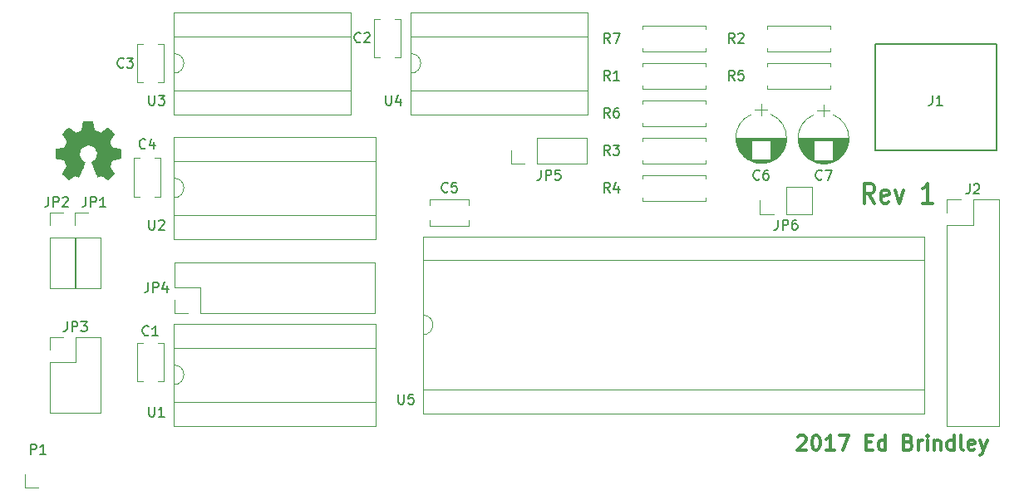
<source format=gbr>
G04 #@! TF.FileFunction,Legend,Top*
%FSLAX46Y46*%
G04 Gerber Fmt 4.6, Leading zero omitted, Abs format (unit mm)*
G04 Created by KiCad (PCBNEW 4.0.6) date Sun Apr  2 22:38:37 2017*
%MOMM*%
%LPD*%
G01*
G04 APERTURE LIST*
%ADD10C,0.100000*%
%ADD11C,0.300000*%
%ADD12C,0.120000*%
%ADD13C,0.010000*%
%ADD14C,0.150000*%
G04 APERTURE END LIST*
D10*
D11*
X147447000Y-134904238D02*
X146854334Y-133936619D01*
X146431000Y-134904238D02*
X146431000Y-132872238D01*
X147108334Y-132872238D01*
X147277667Y-132969000D01*
X147362334Y-133065762D01*
X147447000Y-133259286D01*
X147447000Y-133549571D01*
X147362334Y-133743095D01*
X147277667Y-133839857D01*
X147108334Y-133936619D01*
X146431000Y-133936619D01*
X148886334Y-134807476D02*
X148717000Y-134904238D01*
X148378334Y-134904238D01*
X148209000Y-134807476D01*
X148124334Y-134613952D01*
X148124334Y-133839857D01*
X148209000Y-133646333D01*
X148378334Y-133549571D01*
X148717000Y-133549571D01*
X148886334Y-133646333D01*
X148971000Y-133839857D01*
X148971000Y-134033381D01*
X148124334Y-134226905D01*
X149563667Y-133549571D02*
X149987000Y-134904238D01*
X150410334Y-133549571D01*
X153373668Y-134904238D02*
X152357668Y-134904238D01*
X152865668Y-134904238D02*
X152865668Y-132872238D01*
X152696334Y-133162524D01*
X152527001Y-133356048D01*
X152357668Y-133452810D01*
X139617858Y-158706429D02*
X139689287Y-158635000D01*
X139832144Y-158563571D01*
X140189287Y-158563571D01*
X140332144Y-158635000D01*
X140403573Y-158706429D01*
X140475001Y-158849286D01*
X140475001Y-158992143D01*
X140403573Y-159206429D01*
X139546430Y-160063571D01*
X140475001Y-160063571D01*
X141403572Y-158563571D02*
X141546429Y-158563571D01*
X141689286Y-158635000D01*
X141760715Y-158706429D01*
X141832144Y-158849286D01*
X141903572Y-159135000D01*
X141903572Y-159492143D01*
X141832144Y-159777857D01*
X141760715Y-159920714D01*
X141689286Y-159992143D01*
X141546429Y-160063571D01*
X141403572Y-160063571D01*
X141260715Y-159992143D01*
X141189286Y-159920714D01*
X141117858Y-159777857D01*
X141046429Y-159492143D01*
X141046429Y-159135000D01*
X141117858Y-158849286D01*
X141189286Y-158706429D01*
X141260715Y-158635000D01*
X141403572Y-158563571D01*
X143332143Y-160063571D02*
X142475000Y-160063571D01*
X142903572Y-160063571D02*
X142903572Y-158563571D01*
X142760715Y-158777857D01*
X142617857Y-158920714D01*
X142475000Y-158992143D01*
X143832143Y-158563571D02*
X144832143Y-158563571D01*
X144189286Y-160063571D01*
X146546428Y-159277857D02*
X147046428Y-159277857D01*
X147260714Y-160063571D02*
X146546428Y-160063571D01*
X146546428Y-158563571D01*
X147260714Y-158563571D01*
X148546428Y-160063571D02*
X148546428Y-158563571D01*
X148546428Y-159992143D02*
X148403571Y-160063571D01*
X148117857Y-160063571D01*
X147974999Y-159992143D01*
X147903571Y-159920714D01*
X147832142Y-159777857D01*
X147832142Y-159349286D01*
X147903571Y-159206429D01*
X147974999Y-159135000D01*
X148117857Y-159063571D01*
X148403571Y-159063571D01*
X148546428Y-159135000D01*
X150903571Y-159277857D02*
X151117857Y-159349286D01*
X151189285Y-159420714D01*
X151260714Y-159563571D01*
X151260714Y-159777857D01*
X151189285Y-159920714D01*
X151117857Y-159992143D01*
X150974999Y-160063571D01*
X150403571Y-160063571D01*
X150403571Y-158563571D01*
X150903571Y-158563571D01*
X151046428Y-158635000D01*
X151117857Y-158706429D01*
X151189285Y-158849286D01*
X151189285Y-158992143D01*
X151117857Y-159135000D01*
X151046428Y-159206429D01*
X150903571Y-159277857D01*
X150403571Y-159277857D01*
X151903571Y-160063571D02*
X151903571Y-159063571D01*
X151903571Y-159349286D02*
X151974999Y-159206429D01*
X152046428Y-159135000D01*
X152189285Y-159063571D01*
X152332142Y-159063571D01*
X152832142Y-160063571D02*
X152832142Y-159063571D01*
X152832142Y-158563571D02*
X152760713Y-158635000D01*
X152832142Y-158706429D01*
X152903570Y-158635000D01*
X152832142Y-158563571D01*
X152832142Y-158706429D01*
X153546428Y-159063571D02*
X153546428Y-160063571D01*
X153546428Y-159206429D02*
X153617856Y-159135000D01*
X153760714Y-159063571D01*
X153974999Y-159063571D01*
X154117856Y-159135000D01*
X154189285Y-159277857D01*
X154189285Y-160063571D01*
X155546428Y-160063571D02*
X155546428Y-158563571D01*
X155546428Y-159992143D02*
X155403571Y-160063571D01*
X155117857Y-160063571D01*
X154974999Y-159992143D01*
X154903571Y-159920714D01*
X154832142Y-159777857D01*
X154832142Y-159349286D01*
X154903571Y-159206429D01*
X154974999Y-159135000D01*
X155117857Y-159063571D01*
X155403571Y-159063571D01*
X155546428Y-159135000D01*
X156475000Y-160063571D02*
X156332142Y-159992143D01*
X156260714Y-159849286D01*
X156260714Y-158563571D01*
X157617856Y-159992143D02*
X157474999Y-160063571D01*
X157189285Y-160063571D01*
X157046428Y-159992143D01*
X156974999Y-159849286D01*
X156974999Y-159277857D01*
X157046428Y-159135000D01*
X157189285Y-159063571D01*
X157474999Y-159063571D01*
X157617856Y-159135000D01*
X157689285Y-159277857D01*
X157689285Y-159420714D01*
X156974999Y-159563571D01*
X158189285Y-159063571D02*
X158546428Y-160063571D01*
X158903570Y-159063571D02*
X158546428Y-160063571D01*
X158403570Y-160420714D01*
X158332142Y-160492143D01*
X158189285Y-160563571D01*
D12*
X74700346Y-130317070D02*
X74700346Y-134237070D01*
X71980346Y-130317070D02*
X71980346Y-134237070D01*
X74700346Y-130317070D02*
X74090346Y-130317070D01*
X72590346Y-130317070D02*
X71980346Y-130317070D01*
X74700346Y-134237070D02*
X74090346Y-134237070D01*
X72590346Y-134237070D02*
X71980346Y-134237070D01*
X76080000Y-151400000D02*
G75*
G02X76080000Y-153400000I0J-1000000D01*
G01*
X76080000Y-153400000D02*
X76080000Y-155170000D01*
X76080000Y-155170000D02*
X96640000Y-155170000D01*
X96640000Y-155170000D02*
X96640000Y-149630000D01*
X96640000Y-149630000D02*
X76080000Y-149630000D01*
X76080000Y-149630000D02*
X76080000Y-151400000D01*
X76080000Y-157600000D02*
X96640000Y-157600000D01*
X96640000Y-157600000D02*
X96640000Y-147200000D01*
X96640000Y-147200000D02*
X76080000Y-147200000D01*
X76080000Y-147200000D02*
X76080000Y-157600000D01*
X136490000Y-117130000D02*
X136490000Y-116800000D01*
X136490000Y-116800000D02*
X142910000Y-116800000D01*
X142910000Y-116800000D02*
X142910000Y-117130000D01*
X136490000Y-119090000D02*
X136490000Y-119420000D01*
X136490000Y-119420000D02*
X142910000Y-119420000D01*
X142910000Y-119420000D02*
X142910000Y-119090000D01*
X76080000Y-132350000D02*
G75*
G02X76080000Y-134350000I0J-1000000D01*
G01*
X76080000Y-134350000D02*
X76080000Y-136120000D01*
X76080000Y-136120000D02*
X96640000Y-136120000D01*
X96640000Y-136120000D02*
X96640000Y-130580000D01*
X96640000Y-130580000D02*
X76080000Y-130580000D01*
X76080000Y-130580000D02*
X76080000Y-132350000D01*
X76080000Y-138550000D02*
X96640000Y-138550000D01*
X96640000Y-138550000D02*
X96640000Y-128150000D01*
X96640000Y-128150000D02*
X76080000Y-128150000D01*
X76080000Y-128150000D02*
X76080000Y-138550000D01*
X101439360Y-146309840D02*
G75*
G02X101439360Y-148309840I0J-1000000D01*
G01*
X101439360Y-148309840D02*
X101439360Y-153889840D01*
X101439360Y-153889840D02*
X152479360Y-153889840D01*
X152479360Y-153889840D02*
X152479360Y-140729840D01*
X152479360Y-140729840D02*
X101439360Y-140729840D01*
X101439360Y-140729840D02*
X101439360Y-146309840D01*
X101439360Y-156319840D02*
X152479360Y-156319840D01*
X152479360Y-156319840D02*
X152479360Y-138299840D01*
X152479360Y-138299840D02*
X101439360Y-138299840D01*
X101439360Y-138299840D02*
X101439360Y-156319840D01*
X100210000Y-119650000D02*
G75*
G02X100210000Y-121650000I0J-1000000D01*
G01*
X100210000Y-121650000D02*
X100210000Y-123420000D01*
X100210000Y-123420000D02*
X118230000Y-123420000D01*
X118230000Y-123420000D02*
X118230000Y-117880000D01*
X118230000Y-117880000D02*
X100210000Y-117880000D01*
X100210000Y-117880000D02*
X100210000Y-119650000D01*
X100210000Y-125850000D02*
X118230000Y-125850000D01*
X118230000Y-125850000D02*
X118230000Y-115450000D01*
X118230000Y-115450000D02*
X100210000Y-115450000D01*
X100210000Y-115450000D02*
X100210000Y-125850000D01*
X130210000Y-126710000D02*
X130210000Y-127040000D01*
X130210000Y-127040000D02*
X123790000Y-127040000D01*
X123790000Y-127040000D02*
X123790000Y-126710000D01*
X130210000Y-124750000D02*
X130210000Y-124420000D01*
X130210000Y-124420000D02*
X123790000Y-124420000D01*
X123790000Y-124420000D02*
X123790000Y-124750000D01*
X123790000Y-128560000D02*
X123790000Y-128230000D01*
X123790000Y-128230000D02*
X130210000Y-128230000D01*
X130210000Y-128230000D02*
X130210000Y-128560000D01*
X123790000Y-130520000D02*
X123790000Y-130850000D01*
X123790000Y-130850000D02*
X130210000Y-130850000D01*
X130210000Y-130850000D02*
X130210000Y-130520000D01*
X142910000Y-122900000D02*
X142910000Y-123230000D01*
X142910000Y-123230000D02*
X136490000Y-123230000D01*
X136490000Y-123230000D02*
X136490000Y-122900000D01*
X142910000Y-120940000D02*
X142910000Y-120610000D01*
X142910000Y-120610000D02*
X136490000Y-120610000D01*
X136490000Y-120610000D02*
X136490000Y-120940000D01*
X130210000Y-119090000D02*
X130210000Y-119420000D01*
X130210000Y-119420000D02*
X123790000Y-119420000D01*
X123790000Y-119420000D02*
X123790000Y-119090000D01*
X130210000Y-117130000D02*
X130210000Y-116800000D01*
X130210000Y-116800000D02*
X123790000Y-116800000D01*
X123790000Y-116800000D02*
X123790000Y-117130000D01*
X102160000Y-134530000D02*
X106080000Y-134530000D01*
X102160000Y-137250000D02*
X106080000Y-137250000D01*
X102160000Y-134530000D02*
X102160000Y-135140000D01*
X102160000Y-136640000D02*
X102160000Y-137250000D01*
X106080000Y-134530000D02*
X106080000Y-135140000D01*
X106080000Y-136640000D02*
X106080000Y-137250000D01*
X136871400Y-130646863D02*
G75*
G03X136870000Y-125852564I-981400J2396863D01*
G01*
X134908600Y-130646863D02*
G75*
G02X134910000Y-125852564I981400J2396863D01*
G01*
X134908600Y-130646863D02*
G75*
G03X136870000Y-130647436I981400J2396863D01*
G01*
X138440000Y-128250000D02*
X133340000Y-128250000D01*
X138440000Y-128290000D02*
X133340000Y-128290000D01*
X138439000Y-128330000D02*
X133341000Y-128330000D01*
X138438000Y-128370000D02*
X133342000Y-128370000D01*
X138436000Y-128410000D02*
X133344000Y-128410000D01*
X138433000Y-128450000D02*
X133347000Y-128450000D01*
X138429000Y-128490000D02*
X133351000Y-128490000D01*
X138425000Y-128530000D02*
X136870000Y-128530000D01*
X134910000Y-128530000D02*
X133355000Y-128530000D01*
X138421000Y-128570000D02*
X136870000Y-128570000D01*
X134910000Y-128570000D02*
X133359000Y-128570000D01*
X138415000Y-128610000D02*
X136870000Y-128610000D01*
X134910000Y-128610000D02*
X133365000Y-128610000D01*
X138409000Y-128650000D02*
X136870000Y-128650000D01*
X134910000Y-128650000D02*
X133371000Y-128650000D01*
X138403000Y-128690000D02*
X136870000Y-128690000D01*
X134910000Y-128690000D02*
X133377000Y-128690000D01*
X138396000Y-128730000D02*
X136870000Y-128730000D01*
X134910000Y-128730000D02*
X133384000Y-128730000D01*
X138388000Y-128770000D02*
X136870000Y-128770000D01*
X134910000Y-128770000D02*
X133392000Y-128770000D01*
X138379000Y-128810000D02*
X136870000Y-128810000D01*
X134910000Y-128810000D02*
X133401000Y-128810000D01*
X138370000Y-128850000D02*
X136870000Y-128850000D01*
X134910000Y-128850000D02*
X133410000Y-128850000D01*
X138360000Y-128890000D02*
X136870000Y-128890000D01*
X134910000Y-128890000D02*
X133420000Y-128890000D01*
X138350000Y-128930000D02*
X136870000Y-128930000D01*
X134910000Y-128930000D02*
X133430000Y-128930000D01*
X138338000Y-128971000D02*
X136870000Y-128971000D01*
X134910000Y-128971000D02*
X133442000Y-128971000D01*
X138326000Y-129011000D02*
X136870000Y-129011000D01*
X134910000Y-129011000D02*
X133454000Y-129011000D01*
X138314000Y-129051000D02*
X136870000Y-129051000D01*
X134910000Y-129051000D02*
X133466000Y-129051000D01*
X138300000Y-129091000D02*
X136870000Y-129091000D01*
X134910000Y-129091000D02*
X133480000Y-129091000D01*
X138286000Y-129131000D02*
X136870000Y-129131000D01*
X134910000Y-129131000D02*
X133494000Y-129131000D01*
X138272000Y-129171000D02*
X136870000Y-129171000D01*
X134910000Y-129171000D02*
X133508000Y-129171000D01*
X138256000Y-129211000D02*
X136870000Y-129211000D01*
X134910000Y-129211000D02*
X133524000Y-129211000D01*
X138240000Y-129251000D02*
X136870000Y-129251000D01*
X134910000Y-129251000D02*
X133540000Y-129251000D01*
X138223000Y-129291000D02*
X136870000Y-129291000D01*
X134910000Y-129291000D02*
X133557000Y-129291000D01*
X138205000Y-129331000D02*
X136870000Y-129331000D01*
X134910000Y-129331000D02*
X133575000Y-129331000D01*
X138186000Y-129371000D02*
X136870000Y-129371000D01*
X134910000Y-129371000D02*
X133594000Y-129371000D01*
X138166000Y-129411000D02*
X136870000Y-129411000D01*
X134910000Y-129411000D02*
X133614000Y-129411000D01*
X138146000Y-129451000D02*
X136870000Y-129451000D01*
X134910000Y-129451000D02*
X133634000Y-129451000D01*
X138124000Y-129491000D02*
X136870000Y-129491000D01*
X134910000Y-129491000D02*
X133656000Y-129491000D01*
X138102000Y-129531000D02*
X136870000Y-129531000D01*
X134910000Y-129531000D02*
X133678000Y-129531000D01*
X138079000Y-129571000D02*
X136870000Y-129571000D01*
X134910000Y-129571000D02*
X133701000Y-129571000D01*
X138055000Y-129611000D02*
X136870000Y-129611000D01*
X134910000Y-129611000D02*
X133725000Y-129611000D01*
X138030000Y-129651000D02*
X136870000Y-129651000D01*
X134910000Y-129651000D02*
X133750000Y-129651000D01*
X138003000Y-129691000D02*
X136870000Y-129691000D01*
X134910000Y-129691000D02*
X133777000Y-129691000D01*
X137976000Y-129731000D02*
X136870000Y-129731000D01*
X134910000Y-129731000D02*
X133804000Y-129731000D01*
X137948000Y-129771000D02*
X136870000Y-129771000D01*
X134910000Y-129771000D02*
X133832000Y-129771000D01*
X137918000Y-129811000D02*
X136870000Y-129811000D01*
X134910000Y-129811000D02*
X133862000Y-129811000D01*
X137887000Y-129851000D02*
X136870000Y-129851000D01*
X134910000Y-129851000D02*
X133893000Y-129851000D01*
X137855000Y-129891000D02*
X136870000Y-129891000D01*
X134910000Y-129891000D02*
X133925000Y-129891000D01*
X137822000Y-129931000D02*
X136870000Y-129931000D01*
X134910000Y-129931000D02*
X133958000Y-129931000D01*
X137787000Y-129971000D02*
X136870000Y-129971000D01*
X134910000Y-129971000D02*
X133993000Y-129971000D01*
X137751000Y-130011000D02*
X136870000Y-130011000D01*
X134910000Y-130011000D02*
X134029000Y-130011000D01*
X137713000Y-130051000D02*
X136870000Y-130051000D01*
X134910000Y-130051000D02*
X134067000Y-130051000D01*
X137673000Y-130091000D02*
X136870000Y-130091000D01*
X134910000Y-130091000D02*
X134107000Y-130091000D01*
X137632000Y-130131000D02*
X136870000Y-130131000D01*
X134910000Y-130131000D02*
X134148000Y-130131000D01*
X137589000Y-130171000D02*
X136870000Y-130171000D01*
X134910000Y-130171000D02*
X134191000Y-130171000D01*
X137544000Y-130211000D02*
X136870000Y-130211000D01*
X134910000Y-130211000D02*
X134236000Y-130211000D01*
X137496000Y-130251000D02*
X136870000Y-130251000D01*
X134910000Y-130251000D02*
X134284000Y-130251000D01*
X137446000Y-130291000D02*
X136870000Y-130291000D01*
X134910000Y-130291000D02*
X134334000Y-130291000D01*
X137394000Y-130331000D02*
X136870000Y-130331000D01*
X134910000Y-130331000D02*
X134386000Y-130331000D01*
X137338000Y-130371000D02*
X136870000Y-130371000D01*
X134910000Y-130371000D02*
X134442000Y-130371000D01*
X137280000Y-130411000D02*
X136870000Y-130411000D01*
X134910000Y-130411000D02*
X134500000Y-130411000D01*
X137217000Y-130451000D02*
X136870000Y-130451000D01*
X134910000Y-130451000D02*
X134563000Y-130451000D01*
X137151000Y-130491000D02*
X134629000Y-130491000D01*
X137079000Y-130531000D02*
X134701000Y-130531000D01*
X137002000Y-130571000D02*
X134778000Y-130571000D01*
X136918000Y-130611000D02*
X134862000Y-130611000D01*
X136824000Y-130651000D02*
X134956000Y-130651000D01*
X136719000Y-130691000D02*
X135061000Y-130691000D01*
X136597000Y-130731000D02*
X135183000Y-130731000D01*
X136449000Y-130771000D02*
X135331000Y-130771000D01*
X136244000Y-130811000D02*
X135536000Y-130811000D01*
X135890000Y-124800000D02*
X135890000Y-126000000D01*
X136540000Y-125400000D02*
X135240000Y-125400000D01*
X143221400Y-130686863D02*
G75*
G03X143220000Y-125892564I-981400J2396863D01*
G01*
X141258600Y-130686863D02*
G75*
G02X141260000Y-125892564I981400J2396863D01*
G01*
X141258600Y-130686863D02*
G75*
G03X143220000Y-130687436I981400J2396863D01*
G01*
X144790000Y-128290000D02*
X139690000Y-128290000D01*
X144790000Y-128330000D02*
X139690000Y-128330000D01*
X144789000Y-128370000D02*
X139691000Y-128370000D01*
X144788000Y-128410000D02*
X139692000Y-128410000D01*
X144786000Y-128450000D02*
X139694000Y-128450000D01*
X144783000Y-128490000D02*
X139697000Y-128490000D01*
X144779000Y-128530000D02*
X139701000Y-128530000D01*
X144775000Y-128570000D02*
X143220000Y-128570000D01*
X141260000Y-128570000D02*
X139705000Y-128570000D01*
X144771000Y-128610000D02*
X143220000Y-128610000D01*
X141260000Y-128610000D02*
X139709000Y-128610000D01*
X144765000Y-128650000D02*
X143220000Y-128650000D01*
X141260000Y-128650000D02*
X139715000Y-128650000D01*
X144759000Y-128690000D02*
X143220000Y-128690000D01*
X141260000Y-128690000D02*
X139721000Y-128690000D01*
X144753000Y-128730000D02*
X143220000Y-128730000D01*
X141260000Y-128730000D02*
X139727000Y-128730000D01*
X144746000Y-128770000D02*
X143220000Y-128770000D01*
X141260000Y-128770000D02*
X139734000Y-128770000D01*
X144738000Y-128810000D02*
X143220000Y-128810000D01*
X141260000Y-128810000D02*
X139742000Y-128810000D01*
X144729000Y-128850000D02*
X143220000Y-128850000D01*
X141260000Y-128850000D02*
X139751000Y-128850000D01*
X144720000Y-128890000D02*
X143220000Y-128890000D01*
X141260000Y-128890000D02*
X139760000Y-128890000D01*
X144710000Y-128930000D02*
X143220000Y-128930000D01*
X141260000Y-128930000D02*
X139770000Y-128930000D01*
X144700000Y-128970000D02*
X143220000Y-128970000D01*
X141260000Y-128970000D02*
X139780000Y-128970000D01*
X144688000Y-129011000D02*
X143220000Y-129011000D01*
X141260000Y-129011000D02*
X139792000Y-129011000D01*
X144676000Y-129051000D02*
X143220000Y-129051000D01*
X141260000Y-129051000D02*
X139804000Y-129051000D01*
X144664000Y-129091000D02*
X143220000Y-129091000D01*
X141260000Y-129091000D02*
X139816000Y-129091000D01*
X144650000Y-129131000D02*
X143220000Y-129131000D01*
X141260000Y-129131000D02*
X139830000Y-129131000D01*
X144636000Y-129171000D02*
X143220000Y-129171000D01*
X141260000Y-129171000D02*
X139844000Y-129171000D01*
X144622000Y-129211000D02*
X143220000Y-129211000D01*
X141260000Y-129211000D02*
X139858000Y-129211000D01*
X144606000Y-129251000D02*
X143220000Y-129251000D01*
X141260000Y-129251000D02*
X139874000Y-129251000D01*
X144590000Y-129291000D02*
X143220000Y-129291000D01*
X141260000Y-129291000D02*
X139890000Y-129291000D01*
X144573000Y-129331000D02*
X143220000Y-129331000D01*
X141260000Y-129331000D02*
X139907000Y-129331000D01*
X144555000Y-129371000D02*
X143220000Y-129371000D01*
X141260000Y-129371000D02*
X139925000Y-129371000D01*
X144536000Y-129411000D02*
X143220000Y-129411000D01*
X141260000Y-129411000D02*
X139944000Y-129411000D01*
X144516000Y-129451000D02*
X143220000Y-129451000D01*
X141260000Y-129451000D02*
X139964000Y-129451000D01*
X144496000Y-129491000D02*
X143220000Y-129491000D01*
X141260000Y-129491000D02*
X139984000Y-129491000D01*
X144474000Y-129531000D02*
X143220000Y-129531000D01*
X141260000Y-129531000D02*
X140006000Y-129531000D01*
X144452000Y-129571000D02*
X143220000Y-129571000D01*
X141260000Y-129571000D02*
X140028000Y-129571000D01*
X144429000Y-129611000D02*
X143220000Y-129611000D01*
X141260000Y-129611000D02*
X140051000Y-129611000D01*
X144405000Y-129651000D02*
X143220000Y-129651000D01*
X141260000Y-129651000D02*
X140075000Y-129651000D01*
X144380000Y-129691000D02*
X143220000Y-129691000D01*
X141260000Y-129691000D02*
X140100000Y-129691000D01*
X144353000Y-129731000D02*
X143220000Y-129731000D01*
X141260000Y-129731000D02*
X140127000Y-129731000D01*
X144326000Y-129771000D02*
X143220000Y-129771000D01*
X141260000Y-129771000D02*
X140154000Y-129771000D01*
X144298000Y-129811000D02*
X143220000Y-129811000D01*
X141260000Y-129811000D02*
X140182000Y-129811000D01*
X144268000Y-129851000D02*
X143220000Y-129851000D01*
X141260000Y-129851000D02*
X140212000Y-129851000D01*
X144237000Y-129891000D02*
X143220000Y-129891000D01*
X141260000Y-129891000D02*
X140243000Y-129891000D01*
X144205000Y-129931000D02*
X143220000Y-129931000D01*
X141260000Y-129931000D02*
X140275000Y-129931000D01*
X144172000Y-129971000D02*
X143220000Y-129971000D01*
X141260000Y-129971000D02*
X140308000Y-129971000D01*
X144137000Y-130011000D02*
X143220000Y-130011000D01*
X141260000Y-130011000D02*
X140343000Y-130011000D01*
X144101000Y-130051000D02*
X143220000Y-130051000D01*
X141260000Y-130051000D02*
X140379000Y-130051000D01*
X144063000Y-130091000D02*
X143220000Y-130091000D01*
X141260000Y-130091000D02*
X140417000Y-130091000D01*
X144023000Y-130131000D02*
X143220000Y-130131000D01*
X141260000Y-130131000D02*
X140457000Y-130131000D01*
X143982000Y-130171000D02*
X143220000Y-130171000D01*
X141260000Y-130171000D02*
X140498000Y-130171000D01*
X143939000Y-130211000D02*
X143220000Y-130211000D01*
X141260000Y-130211000D02*
X140541000Y-130211000D01*
X143894000Y-130251000D02*
X143220000Y-130251000D01*
X141260000Y-130251000D02*
X140586000Y-130251000D01*
X143846000Y-130291000D02*
X143220000Y-130291000D01*
X141260000Y-130291000D02*
X140634000Y-130291000D01*
X143796000Y-130331000D02*
X143220000Y-130331000D01*
X141260000Y-130331000D02*
X140684000Y-130331000D01*
X143744000Y-130371000D02*
X143220000Y-130371000D01*
X141260000Y-130371000D02*
X140736000Y-130371000D01*
X143688000Y-130411000D02*
X143220000Y-130411000D01*
X141260000Y-130411000D02*
X140792000Y-130411000D01*
X143630000Y-130451000D02*
X143220000Y-130451000D01*
X141260000Y-130451000D02*
X140850000Y-130451000D01*
X143567000Y-130491000D02*
X143220000Y-130491000D01*
X141260000Y-130491000D02*
X140913000Y-130491000D01*
X143501000Y-130531000D02*
X140979000Y-130531000D01*
X143429000Y-130571000D02*
X141051000Y-130571000D01*
X143352000Y-130611000D02*
X141128000Y-130611000D01*
X143268000Y-130651000D02*
X141212000Y-130651000D01*
X143174000Y-130691000D02*
X141306000Y-130691000D01*
X143069000Y-130731000D02*
X141411000Y-130731000D01*
X142947000Y-130771000D02*
X141533000Y-130771000D01*
X142799000Y-130811000D02*
X141681000Y-130811000D01*
X142594000Y-130851000D02*
X141886000Y-130851000D01*
X142240000Y-124840000D02*
X142240000Y-126040000D01*
X142890000Y-125440000D02*
X141590000Y-125440000D01*
X138430000Y-136010000D02*
X141090000Y-136010000D01*
X141090000Y-136010000D02*
X141090000Y-133230000D01*
X141090000Y-133230000D02*
X138430000Y-133230000D01*
X138430000Y-133230000D02*
X138430000Y-136010000D01*
X137160000Y-136010000D02*
X135770000Y-136010000D01*
X135770000Y-136010000D02*
X135770000Y-134620000D01*
X123790000Y-120940000D02*
X123790000Y-120610000D01*
X123790000Y-120610000D02*
X130210000Y-120610000D01*
X130210000Y-120610000D02*
X130210000Y-120940000D01*
X123790000Y-122900000D02*
X123790000Y-123230000D01*
X123790000Y-123230000D02*
X130210000Y-123230000D01*
X130210000Y-123230000D02*
X130210000Y-122900000D01*
X130210000Y-134330000D02*
X130210000Y-134660000D01*
X130210000Y-134660000D02*
X123790000Y-134660000D01*
X123790000Y-134660000D02*
X123790000Y-134330000D01*
X130210000Y-132370000D02*
X130210000Y-132040000D01*
X130210000Y-132040000D02*
X123790000Y-132040000D01*
X123790000Y-132040000D02*
X123790000Y-132370000D01*
X76080000Y-119650000D02*
G75*
G02X76080000Y-121650000I0J-1000000D01*
G01*
X76080000Y-121650000D02*
X76080000Y-123420000D01*
X76080000Y-123420000D02*
X94100000Y-123420000D01*
X94100000Y-123420000D02*
X94100000Y-117880000D01*
X94100000Y-117880000D02*
X76080000Y-117880000D01*
X76080000Y-117880000D02*
X76080000Y-119650000D01*
X76080000Y-125850000D02*
X94100000Y-125850000D01*
X94100000Y-125850000D02*
X94100000Y-115450000D01*
X94100000Y-115450000D02*
X76080000Y-115450000D01*
X76080000Y-115450000D02*
X76080000Y-125850000D01*
X75020000Y-149150000D02*
X75020000Y-153070000D01*
X72300000Y-149150000D02*
X72300000Y-153070000D01*
X75020000Y-149150000D02*
X74410000Y-149150000D01*
X72910000Y-149150000D02*
X72300000Y-149150000D01*
X75020000Y-153070000D02*
X74410000Y-153070000D01*
X72910000Y-153070000D02*
X72300000Y-153070000D01*
X99150000Y-116130000D02*
X99150000Y-120050000D01*
X96430000Y-116130000D02*
X96430000Y-120050000D01*
X99150000Y-116130000D02*
X98540000Y-116130000D01*
X97040000Y-116130000D02*
X96430000Y-116130000D01*
X99150000Y-120050000D02*
X98540000Y-120050000D01*
X97040000Y-120050000D02*
X96430000Y-120050000D01*
X75020000Y-118670000D02*
X75020000Y-122590000D01*
X72300000Y-118670000D02*
X72300000Y-122590000D01*
X75020000Y-118670000D02*
X74410000Y-118670000D01*
X72910000Y-118670000D02*
X72300000Y-118670000D01*
X75020000Y-122590000D02*
X74410000Y-122590000D01*
X72910000Y-122590000D02*
X72300000Y-122590000D01*
X154799680Y-137154920D02*
X154799680Y-157594920D01*
X154799680Y-157594920D02*
X160119680Y-157594920D01*
X160119680Y-157594920D02*
X160119680Y-134494920D01*
X160119680Y-134494920D02*
X157459680Y-134494920D01*
X157459680Y-134494920D02*
X157459680Y-137154920D01*
X157459680Y-137154920D02*
X154799680Y-137154920D01*
X154799680Y-135884920D02*
X154799680Y-134494920D01*
X154799680Y-134494920D02*
X156189680Y-134494920D01*
X113030000Y-130870000D02*
X118170000Y-130870000D01*
X118170000Y-130870000D02*
X118170000Y-128210000D01*
X118170000Y-128210000D02*
X113030000Y-128210000D01*
X113030000Y-128210000D02*
X113030000Y-130870000D01*
X111760000Y-130870000D02*
X110430000Y-130870000D01*
X110430000Y-130870000D02*
X110430000Y-129540000D01*
X63440000Y-151130000D02*
X63440000Y-156270000D01*
X63440000Y-156270000D02*
X68640000Y-156270000D01*
X68640000Y-156270000D02*
X68640000Y-148530000D01*
X68640000Y-148530000D02*
X66040000Y-148530000D01*
X66040000Y-148530000D02*
X66040000Y-151130000D01*
X66040000Y-151130000D02*
X63440000Y-151130000D01*
X63440000Y-149860000D02*
X63440000Y-148530000D01*
X63440000Y-148530000D02*
X64770000Y-148530000D01*
X78740000Y-146110000D02*
X96580000Y-146110000D01*
X96580000Y-146110000D02*
X96580000Y-140910000D01*
X96580000Y-140910000D02*
X76140000Y-140910000D01*
X76140000Y-140910000D02*
X76140000Y-143510000D01*
X76140000Y-143510000D02*
X78740000Y-143510000D01*
X78740000Y-143510000D02*
X78740000Y-146110000D01*
X77470000Y-146110000D02*
X76140000Y-146110000D01*
X76140000Y-146110000D02*
X76140000Y-144780000D01*
X65980000Y-138430000D02*
X65980000Y-143570000D01*
X65980000Y-143570000D02*
X68640000Y-143570000D01*
X68640000Y-143570000D02*
X68640000Y-138430000D01*
X68640000Y-138430000D02*
X65980000Y-138430000D01*
X65980000Y-137160000D02*
X65980000Y-135830000D01*
X65980000Y-135830000D02*
X67310000Y-135830000D01*
X63440000Y-138430000D02*
X63440000Y-143570000D01*
X63440000Y-143570000D02*
X66100000Y-143570000D01*
X66100000Y-143570000D02*
X66100000Y-138430000D01*
X66100000Y-138430000D02*
X63440000Y-138430000D01*
X63440000Y-137160000D02*
X63440000Y-135830000D01*
X63440000Y-135830000D02*
X64770000Y-135830000D01*
D13*
G36*
X67865814Y-127008931D02*
X67949635Y-127453555D01*
X68258920Y-127581053D01*
X68568206Y-127708551D01*
X68939246Y-127456246D01*
X69043157Y-127385996D01*
X69137087Y-127323272D01*
X69216652Y-127270938D01*
X69277470Y-127231857D01*
X69315157Y-127208893D01*
X69325421Y-127203942D01*
X69343910Y-127216676D01*
X69383420Y-127251882D01*
X69439522Y-127305062D01*
X69507787Y-127371718D01*
X69583786Y-127447354D01*
X69663092Y-127527472D01*
X69741275Y-127607574D01*
X69813907Y-127683164D01*
X69876559Y-127749745D01*
X69924803Y-127802818D01*
X69954210Y-127837887D01*
X69961241Y-127849623D01*
X69951123Y-127871260D01*
X69922759Y-127918662D01*
X69879129Y-127987193D01*
X69823218Y-128072215D01*
X69758006Y-128169093D01*
X69720219Y-128224350D01*
X69651343Y-128325248D01*
X69590140Y-128416299D01*
X69539578Y-128492970D01*
X69502628Y-128550728D01*
X69482258Y-128585043D01*
X69479197Y-128592254D01*
X69486136Y-128612748D01*
X69505051Y-128660513D01*
X69533087Y-128728832D01*
X69567391Y-128810989D01*
X69605109Y-128900270D01*
X69643387Y-128989958D01*
X69679370Y-129073338D01*
X69710206Y-129143694D01*
X69733039Y-129194310D01*
X69745017Y-129218471D01*
X69745724Y-129219422D01*
X69764531Y-129224036D01*
X69814618Y-129234328D01*
X69890793Y-129249287D01*
X69987865Y-129267901D01*
X70100643Y-129289159D01*
X70166442Y-129301418D01*
X70286950Y-129324362D01*
X70395797Y-129346195D01*
X70487476Y-129365722D01*
X70556481Y-129381748D01*
X70597304Y-129393079D01*
X70605511Y-129396674D01*
X70613548Y-129421006D01*
X70620033Y-129475959D01*
X70624970Y-129555108D01*
X70628364Y-129652026D01*
X70630218Y-129760287D01*
X70630538Y-129873465D01*
X70629327Y-129985135D01*
X70626590Y-130088868D01*
X70622331Y-130178241D01*
X70616555Y-130246826D01*
X70609267Y-130288197D01*
X70604895Y-130296810D01*
X70578764Y-130307133D01*
X70523393Y-130321892D01*
X70446107Y-130339352D01*
X70354230Y-130357780D01*
X70322158Y-130363741D01*
X70167524Y-130392066D01*
X70045375Y-130414876D01*
X69951673Y-130433080D01*
X69882384Y-130447583D01*
X69833471Y-130459292D01*
X69800897Y-130469115D01*
X69780628Y-130477956D01*
X69768626Y-130486724D01*
X69766947Y-130488457D01*
X69750184Y-130516371D01*
X69724614Y-130570695D01*
X69692788Y-130644777D01*
X69657260Y-130731965D01*
X69620583Y-130825608D01*
X69585311Y-130919052D01*
X69553996Y-131005647D01*
X69529193Y-131078740D01*
X69513454Y-131131678D01*
X69509332Y-131157811D01*
X69509676Y-131158726D01*
X69523641Y-131180086D01*
X69555322Y-131227084D01*
X69601391Y-131294827D01*
X69658518Y-131378423D01*
X69723373Y-131472982D01*
X69741843Y-131499854D01*
X69807699Y-131597275D01*
X69865650Y-131686163D01*
X69912538Y-131761412D01*
X69945207Y-131817920D01*
X69960500Y-131850581D01*
X69961241Y-131854593D01*
X69948392Y-131875684D01*
X69912888Y-131917464D01*
X69859293Y-131975445D01*
X69792171Y-132045135D01*
X69716087Y-132122045D01*
X69635604Y-132201683D01*
X69555287Y-132279561D01*
X69479699Y-132351186D01*
X69413405Y-132412070D01*
X69360969Y-132457721D01*
X69326955Y-132483650D01*
X69317545Y-132487883D01*
X69295643Y-132477912D01*
X69250800Y-132451020D01*
X69190321Y-132411736D01*
X69143789Y-132380117D01*
X69059475Y-132322098D01*
X68959626Y-132253784D01*
X68859473Y-132185579D01*
X68805627Y-132149075D01*
X68623371Y-132025800D01*
X68470381Y-132108520D01*
X68400682Y-132144759D01*
X68341414Y-132172926D01*
X68301311Y-132188991D01*
X68291103Y-132191226D01*
X68278829Y-132174722D01*
X68254613Y-132128082D01*
X68220263Y-132055609D01*
X68177588Y-131961606D01*
X68128394Y-131850374D01*
X68074490Y-131726215D01*
X68017684Y-131593432D01*
X67959782Y-131456327D01*
X67902593Y-131319202D01*
X67847924Y-131186358D01*
X67797584Y-131062098D01*
X67753380Y-130950725D01*
X67717119Y-130856539D01*
X67690609Y-130783844D01*
X67675658Y-130736941D01*
X67673254Y-130720833D01*
X67692311Y-130700286D01*
X67734036Y-130666933D01*
X67789706Y-130627702D01*
X67794378Y-130624599D01*
X67938264Y-130509423D01*
X68054283Y-130375053D01*
X68141430Y-130225784D01*
X68198699Y-130065913D01*
X68225086Y-129899737D01*
X68219585Y-129731552D01*
X68181190Y-129565655D01*
X68108895Y-129406342D01*
X68087626Y-129371487D01*
X67976996Y-129230737D01*
X67846302Y-129117714D01*
X67700064Y-129033003D01*
X67542808Y-128977194D01*
X67379057Y-128950874D01*
X67213333Y-128954630D01*
X67050162Y-128989050D01*
X66894065Y-129054723D01*
X66749567Y-129152235D01*
X66704869Y-129191813D01*
X66591112Y-129315703D01*
X66508218Y-129446124D01*
X66451356Y-129592315D01*
X66419687Y-129737088D01*
X66411869Y-129899860D01*
X66437938Y-130063440D01*
X66495245Y-130222298D01*
X66581144Y-130370906D01*
X66692986Y-130503735D01*
X66828123Y-130615256D01*
X66845883Y-130627011D01*
X66902150Y-130665508D01*
X66944923Y-130698863D01*
X66965372Y-130720160D01*
X66965669Y-130720833D01*
X66961279Y-130743871D01*
X66943876Y-130796157D01*
X66915268Y-130873390D01*
X66877265Y-130971268D01*
X66831674Y-131085491D01*
X66780303Y-131211758D01*
X66724962Y-131345767D01*
X66667458Y-131483218D01*
X66609601Y-131619808D01*
X66553198Y-131751237D01*
X66500058Y-131873205D01*
X66451990Y-131981409D01*
X66410801Y-132071549D01*
X66378301Y-132139323D01*
X66356297Y-132180430D01*
X66347436Y-132191226D01*
X66320360Y-132182819D01*
X66269697Y-132160272D01*
X66204183Y-132127613D01*
X66168159Y-132108520D01*
X66015168Y-132025800D01*
X65832912Y-132149075D01*
X65739875Y-132212228D01*
X65638015Y-132281727D01*
X65542562Y-132347165D01*
X65494750Y-132380117D01*
X65427505Y-132425273D01*
X65370564Y-132461057D01*
X65331354Y-132482938D01*
X65318619Y-132487563D01*
X65300083Y-132475085D01*
X65259059Y-132440252D01*
X65199525Y-132386678D01*
X65125458Y-132317983D01*
X65040835Y-132237781D01*
X64987315Y-132186286D01*
X64893681Y-132094286D01*
X64812759Y-132011999D01*
X64747823Y-131942945D01*
X64702142Y-131890644D01*
X64678989Y-131858616D01*
X64676768Y-131852116D01*
X64687076Y-131827394D01*
X64715561Y-131777405D01*
X64759063Y-131707212D01*
X64814423Y-131621875D01*
X64878480Y-131526456D01*
X64896697Y-131499854D01*
X64963073Y-131403167D01*
X65022622Y-131316117D01*
X65072016Y-131243595D01*
X65107925Y-131190493D01*
X65127019Y-131161703D01*
X65128864Y-131158726D01*
X65126105Y-131135782D01*
X65111462Y-131085336D01*
X65087487Y-131014041D01*
X65056734Y-130928547D01*
X65021756Y-130835507D01*
X64985107Y-130741574D01*
X64949339Y-130653399D01*
X64917006Y-130577634D01*
X64890662Y-130520931D01*
X64872858Y-130489943D01*
X64871593Y-130488457D01*
X64860706Y-130479601D01*
X64842318Y-130470843D01*
X64812394Y-130461277D01*
X64766897Y-130449996D01*
X64701791Y-130436093D01*
X64613039Y-130418663D01*
X64496607Y-130396798D01*
X64348458Y-130369591D01*
X64316382Y-130363741D01*
X64221314Y-130345374D01*
X64138435Y-130327405D01*
X64075070Y-130311569D01*
X64038542Y-130299600D01*
X64033644Y-130296810D01*
X64025573Y-130272072D01*
X64019013Y-130216790D01*
X64013967Y-130137389D01*
X64010441Y-130040296D01*
X64008439Y-129931938D01*
X64007964Y-129818740D01*
X64009023Y-129707128D01*
X64011618Y-129603529D01*
X64015754Y-129514368D01*
X64021437Y-129446072D01*
X64028669Y-129405066D01*
X64033029Y-129396674D01*
X64057302Y-129388208D01*
X64112574Y-129374435D01*
X64193338Y-129356550D01*
X64294088Y-129335748D01*
X64409317Y-129313223D01*
X64472098Y-129301418D01*
X64591213Y-129279151D01*
X64697435Y-129258979D01*
X64785573Y-129241915D01*
X64850434Y-129228969D01*
X64886826Y-129221155D01*
X64892816Y-129219422D01*
X64902939Y-129199890D01*
X64924338Y-129152843D01*
X64954161Y-129085003D01*
X64989555Y-129003091D01*
X65027668Y-128913828D01*
X65065647Y-128823935D01*
X65100640Y-128740135D01*
X65129794Y-128669147D01*
X65150257Y-128617694D01*
X65159177Y-128592497D01*
X65159343Y-128591396D01*
X65149231Y-128571519D01*
X65120883Y-128525777D01*
X65077277Y-128458717D01*
X65021394Y-128374884D01*
X64956213Y-128278826D01*
X64918321Y-128223650D01*
X64849275Y-128122481D01*
X64787950Y-128030630D01*
X64737337Y-127952744D01*
X64700429Y-127893469D01*
X64680218Y-127857451D01*
X64677299Y-127849377D01*
X64689847Y-127830584D01*
X64724537Y-127790457D01*
X64776937Y-127733493D01*
X64842616Y-127664185D01*
X64917144Y-127587031D01*
X64996087Y-127506525D01*
X65075017Y-127427163D01*
X65149500Y-127353440D01*
X65215106Y-127289852D01*
X65267404Y-127240894D01*
X65301961Y-127211061D01*
X65313522Y-127203942D01*
X65332346Y-127213953D01*
X65377369Y-127242078D01*
X65444213Y-127285454D01*
X65528501Y-127341218D01*
X65625856Y-127406506D01*
X65699293Y-127456246D01*
X66070333Y-127708551D01*
X66688905Y-127453555D01*
X66772725Y-127008931D01*
X66856546Y-126564307D01*
X67781994Y-126564307D01*
X67865814Y-127008931D01*
X67865814Y-127008931D01*
G37*
X67865814Y-127008931D02*
X67949635Y-127453555D01*
X68258920Y-127581053D01*
X68568206Y-127708551D01*
X68939246Y-127456246D01*
X69043157Y-127385996D01*
X69137087Y-127323272D01*
X69216652Y-127270938D01*
X69277470Y-127231857D01*
X69315157Y-127208893D01*
X69325421Y-127203942D01*
X69343910Y-127216676D01*
X69383420Y-127251882D01*
X69439522Y-127305062D01*
X69507787Y-127371718D01*
X69583786Y-127447354D01*
X69663092Y-127527472D01*
X69741275Y-127607574D01*
X69813907Y-127683164D01*
X69876559Y-127749745D01*
X69924803Y-127802818D01*
X69954210Y-127837887D01*
X69961241Y-127849623D01*
X69951123Y-127871260D01*
X69922759Y-127918662D01*
X69879129Y-127987193D01*
X69823218Y-128072215D01*
X69758006Y-128169093D01*
X69720219Y-128224350D01*
X69651343Y-128325248D01*
X69590140Y-128416299D01*
X69539578Y-128492970D01*
X69502628Y-128550728D01*
X69482258Y-128585043D01*
X69479197Y-128592254D01*
X69486136Y-128612748D01*
X69505051Y-128660513D01*
X69533087Y-128728832D01*
X69567391Y-128810989D01*
X69605109Y-128900270D01*
X69643387Y-128989958D01*
X69679370Y-129073338D01*
X69710206Y-129143694D01*
X69733039Y-129194310D01*
X69745017Y-129218471D01*
X69745724Y-129219422D01*
X69764531Y-129224036D01*
X69814618Y-129234328D01*
X69890793Y-129249287D01*
X69987865Y-129267901D01*
X70100643Y-129289159D01*
X70166442Y-129301418D01*
X70286950Y-129324362D01*
X70395797Y-129346195D01*
X70487476Y-129365722D01*
X70556481Y-129381748D01*
X70597304Y-129393079D01*
X70605511Y-129396674D01*
X70613548Y-129421006D01*
X70620033Y-129475959D01*
X70624970Y-129555108D01*
X70628364Y-129652026D01*
X70630218Y-129760287D01*
X70630538Y-129873465D01*
X70629327Y-129985135D01*
X70626590Y-130088868D01*
X70622331Y-130178241D01*
X70616555Y-130246826D01*
X70609267Y-130288197D01*
X70604895Y-130296810D01*
X70578764Y-130307133D01*
X70523393Y-130321892D01*
X70446107Y-130339352D01*
X70354230Y-130357780D01*
X70322158Y-130363741D01*
X70167524Y-130392066D01*
X70045375Y-130414876D01*
X69951673Y-130433080D01*
X69882384Y-130447583D01*
X69833471Y-130459292D01*
X69800897Y-130469115D01*
X69780628Y-130477956D01*
X69768626Y-130486724D01*
X69766947Y-130488457D01*
X69750184Y-130516371D01*
X69724614Y-130570695D01*
X69692788Y-130644777D01*
X69657260Y-130731965D01*
X69620583Y-130825608D01*
X69585311Y-130919052D01*
X69553996Y-131005647D01*
X69529193Y-131078740D01*
X69513454Y-131131678D01*
X69509332Y-131157811D01*
X69509676Y-131158726D01*
X69523641Y-131180086D01*
X69555322Y-131227084D01*
X69601391Y-131294827D01*
X69658518Y-131378423D01*
X69723373Y-131472982D01*
X69741843Y-131499854D01*
X69807699Y-131597275D01*
X69865650Y-131686163D01*
X69912538Y-131761412D01*
X69945207Y-131817920D01*
X69960500Y-131850581D01*
X69961241Y-131854593D01*
X69948392Y-131875684D01*
X69912888Y-131917464D01*
X69859293Y-131975445D01*
X69792171Y-132045135D01*
X69716087Y-132122045D01*
X69635604Y-132201683D01*
X69555287Y-132279561D01*
X69479699Y-132351186D01*
X69413405Y-132412070D01*
X69360969Y-132457721D01*
X69326955Y-132483650D01*
X69317545Y-132487883D01*
X69295643Y-132477912D01*
X69250800Y-132451020D01*
X69190321Y-132411736D01*
X69143789Y-132380117D01*
X69059475Y-132322098D01*
X68959626Y-132253784D01*
X68859473Y-132185579D01*
X68805627Y-132149075D01*
X68623371Y-132025800D01*
X68470381Y-132108520D01*
X68400682Y-132144759D01*
X68341414Y-132172926D01*
X68301311Y-132188991D01*
X68291103Y-132191226D01*
X68278829Y-132174722D01*
X68254613Y-132128082D01*
X68220263Y-132055609D01*
X68177588Y-131961606D01*
X68128394Y-131850374D01*
X68074490Y-131726215D01*
X68017684Y-131593432D01*
X67959782Y-131456327D01*
X67902593Y-131319202D01*
X67847924Y-131186358D01*
X67797584Y-131062098D01*
X67753380Y-130950725D01*
X67717119Y-130856539D01*
X67690609Y-130783844D01*
X67675658Y-130736941D01*
X67673254Y-130720833D01*
X67692311Y-130700286D01*
X67734036Y-130666933D01*
X67789706Y-130627702D01*
X67794378Y-130624599D01*
X67938264Y-130509423D01*
X68054283Y-130375053D01*
X68141430Y-130225784D01*
X68198699Y-130065913D01*
X68225086Y-129899737D01*
X68219585Y-129731552D01*
X68181190Y-129565655D01*
X68108895Y-129406342D01*
X68087626Y-129371487D01*
X67976996Y-129230737D01*
X67846302Y-129117714D01*
X67700064Y-129033003D01*
X67542808Y-128977194D01*
X67379057Y-128950874D01*
X67213333Y-128954630D01*
X67050162Y-128989050D01*
X66894065Y-129054723D01*
X66749567Y-129152235D01*
X66704869Y-129191813D01*
X66591112Y-129315703D01*
X66508218Y-129446124D01*
X66451356Y-129592315D01*
X66419687Y-129737088D01*
X66411869Y-129899860D01*
X66437938Y-130063440D01*
X66495245Y-130222298D01*
X66581144Y-130370906D01*
X66692986Y-130503735D01*
X66828123Y-130615256D01*
X66845883Y-130627011D01*
X66902150Y-130665508D01*
X66944923Y-130698863D01*
X66965372Y-130720160D01*
X66965669Y-130720833D01*
X66961279Y-130743871D01*
X66943876Y-130796157D01*
X66915268Y-130873390D01*
X66877265Y-130971268D01*
X66831674Y-131085491D01*
X66780303Y-131211758D01*
X66724962Y-131345767D01*
X66667458Y-131483218D01*
X66609601Y-131619808D01*
X66553198Y-131751237D01*
X66500058Y-131873205D01*
X66451990Y-131981409D01*
X66410801Y-132071549D01*
X66378301Y-132139323D01*
X66356297Y-132180430D01*
X66347436Y-132191226D01*
X66320360Y-132182819D01*
X66269697Y-132160272D01*
X66204183Y-132127613D01*
X66168159Y-132108520D01*
X66015168Y-132025800D01*
X65832912Y-132149075D01*
X65739875Y-132212228D01*
X65638015Y-132281727D01*
X65542562Y-132347165D01*
X65494750Y-132380117D01*
X65427505Y-132425273D01*
X65370564Y-132461057D01*
X65331354Y-132482938D01*
X65318619Y-132487563D01*
X65300083Y-132475085D01*
X65259059Y-132440252D01*
X65199525Y-132386678D01*
X65125458Y-132317983D01*
X65040835Y-132237781D01*
X64987315Y-132186286D01*
X64893681Y-132094286D01*
X64812759Y-132011999D01*
X64747823Y-131942945D01*
X64702142Y-131890644D01*
X64678989Y-131858616D01*
X64676768Y-131852116D01*
X64687076Y-131827394D01*
X64715561Y-131777405D01*
X64759063Y-131707212D01*
X64814423Y-131621875D01*
X64878480Y-131526456D01*
X64896697Y-131499854D01*
X64963073Y-131403167D01*
X65022622Y-131316117D01*
X65072016Y-131243595D01*
X65107925Y-131190493D01*
X65127019Y-131161703D01*
X65128864Y-131158726D01*
X65126105Y-131135782D01*
X65111462Y-131085336D01*
X65087487Y-131014041D01*
X65056734Y-130928547D01*
X65021756Y-130835507D01*
X64985107Y-130741574D01*
X64949339Y-130653399D01*
X64917006Y-130577634D01*
X64890662Y-130520931D01*
X64872858Y-130489943D01*
X64871593Y-130488457D01*
X64860706Y-130479601D01*
X64842318Y-130470843D01*
X64812394Y-130461277D01*
X64766897Y-130449996D01*
X64701791Y-130436093D01*
X64613039Y-130418663D01*
X64496607Y-130396798D01*
X64348458Y-130369591D01*
X64316382Y-130363741D01*
X64221314Y-130345374D01*
X64138435Y-130327405D01*
X64075070Y-130311569D01*
X64038542Y-130299600D01*
X64033644Y-130296810D01*
X64025573Y-130272072D01*
X64019013Y-130216790D01*
X64013967Y-130137389D01*
X64010441Y-130040296D01*
X64008439Y-129931938D01*
X64007964Y-129818740D01*
X64009023Y-129707128D01*
X64011618Y-129603529D01*
X64015754Y-129514368D01*
X64021437Y-129446072D01*
X64028669Y-129405066D01*
X64033029Y-129396674D01*
X64057302Y-129388208D01*
X64112574Y-129374435D01*
X64193338Y-129356550D01*
X64294088Y-129335748D01*
X64409317Y-129313223D01*
X64472098Y-129301418D01*
X64591213Y-129279151D01*
X64697435Y-129258979D01*
X64785573Y-129241915D01*
X64850434Y-129228969D01*
X64886826Y-129221155D01*
X64892816Y-129219422D01*
X64902939Y-129199890D01*
X64924338Y-129152843D01*
X64954161Y-129085003D01*
X64989555Y-129003091D01*
X65027668Y-128913828D01*
X65065647Y-128823935D01*
X65100640Y-128740135D01*
X65129794Y-128669147D01*
X65150257Y-128617694D01*
X65159177Y-128592497D01*
X65159343Y-128591396D01*
X65149231Y-128571519D01*
X65120883Y-128525777D01*
X65077277Y-128458717D01*
X65021394Y-128374884D01*
X64956213Y-128278826D01*
X64918321Y-128223650D01*
X64849275Y-128122481D01*
X64787950Y-128030630D01*
X64737337Y-127952744D01*
X64700429Y-127893469D01*
X64680218Y-127857451D01*
X64677299Y-127849377D01*
X64689847Y-127830584D01*
X64724537Y-127790457D01*
X64776937Y-127733493D01*
X64842616Y-127664185D01*
X64917144Y-127587031D01*
X64996087Y-127506525D01*
X65075017Y-127427163D01*
X65149500Y-127353440D01*
X65215106Y-127289852D01*
X65267404Y-127240894D01*
X65301961Y-127211061D01*
X65313522Y-127203942D01*
X65332346Y-127213953D01*
X65377369Y-127242078D01*
X65444213Y-127285454D01*
X65528501Y-127341218D01*
X65625856Y-127406506D01*
X65699293Y-127456246D01*
X66070333Y-127708551D01*
X66688905Y-127453555D01*
X66772725Y-127008931D01*
X66856546Y-126564307D01*
X67781994Y-126564307D01*
X67865814Y-127008931D01*
D12*
X62230000Y-163890000D02*
X60900000Y-163890000D01*
X60900000Y-163890000D02*
X60900000Y-162560000D01*
D14*
X147470000Y-118680000D02*
X159870000Y-118680000D01*
X159870000Y-118680000D02*
X159870000Y-129480000D01*
X159870000Y-129480000D02*
X147470000Y-129480000D01*
X147470000Y-129480000D02*
X147470000Y-118680000D01*
X73173680Y-129262143D02*
X73126061Y-129309762D01*
X72983204Y-129357381D01*
X72887966Y-129357381D01*
X72745108Y-129309762D01*
X72649870Y-129214524D01*
X72602251Y-129119286D01*
X72554632Y-128928810D01*
X72554632Y-128785952D01*
X72602251Y-128595476D01*
X72649870Y-128500238D01*
X72745108Y-128405000D01*
X72887966Y-128357381D01*
X72983204Y-128357381D01*
X73126061Y-128405000D01*
X73173680Y-128452619D01*
X74030823Y-128690714D02*
X74030823Y-129357381D01*
X73792727Y-128309762D02*
X73554632Y-129024048D01*
X74173680Y-129024048D01*
X73533095Y-155662381D02*
X73533095Y-156471905D01*
X73580714Y-156567143D01*
X73628333Y-156614762D01*
X73723571Y-156662381D01*
X73914048Y-156662381D01*
X74009286Y-156614762D01*
X74056905Y-156567143D01*
X74104524Y-156471905D01*
X74104524Y-155662381D01*
X75104524Y-156662381D02*
X74533095Y-156662381D01*
X74818809Y-156662381D02*
X74818809Y-155662381D01*
X74723571Y-155805238D01*
X74628333Y-155900476D01*
X74533095Y-155948095D01*
X133183334Y-118562381D02*
X132850000Y-118086190D01*
X132611905Y-118562381D02*
X132611905Y-117562381D01*
X132992858Y-117562381D01*
X133088096Y-117610000D01*
X133135715Y-117657619D01*
X133183334Y-117752857D01*
X133183334Y-117895714D01*
X133135715Y-117990952D01*
X133088096Y-118038571D01*
X132992858Y-118086190D01*
X132611905Y-118086190D01*
X133564286Y-117657619D02*
X133611905Y-117610000D01*
X133707143Y-117562381D01*
X133945239Y-117562381D01*
X134040477Y-117610000D01*
X134088096Y-117657619D01*
X134135715Y-117752857D01*
X134135715Y-117848095D01*
X134088096Y-117990952D01*
X133516667Y-118562381D01*
X134135715Y-118562381D01*
X73533095Y-136612381D02*
X73533095Y-137421905D01*
X73580714Y-137517143D01*
X73628333Y-137564762D01*
X73723571Y-137612381D01*
X73914048Y-137612381D01*
X74009286Y-137564762D01*
X74056905Y-137517143D01*
X74104524Y-137421905D01*
X74104524Y-136612381D01*
X74533095Y-136707619D02*
X74580714Y-136660000D01*
X74675952Y-136612381D01*
X74914048Y-136612381D01*
X75009286Y-136660000D01*
X75056905Y-136707619D01*
X75104524Y-136802857D01*
X75104524Y-136898095D01*
X75056905Y-137040952D01*
X74485476Y-137612381D01*
X75104524Y-137612381D01*
X98933095Y-154392381D02*
X98933095Y-155201905D01*
X98980714Y-155297143D01*
X99028333Y-155344762D01*
X99123571Y-155392381D01*
X99314048Y-155392381D01*
X99409286Y-155344762D01*
X99456905Y-155297143D01*
X99504524Y-155201905D01*
X99504524Y-154392381D01*
X100456905Y-154392381D02*
X99980714Y-154392381D01*
X99933095Y-154868571D01*
X99980714Y-154820952D01*
X100075952Y-154773333D01*
X100314048Y-154773333D01*
X100409286Y-154820952D01*
X100456905Y-154868571D01*
X100504524Y-154963810D01*
X100504524Y-155201905D01*
X100456905Y-155297143D01*
X100409286Y-155344762D01*
X100314048Y-155392381D01*
X100075952Y-155392381D01*
X99980714Y-155344762D01*
X99933095Y-155297143D01*
X97663095Y-123912381D02*
X97663095Y-124721905D01*
X97710714Y-124817143D01*
X97758333Y-124864762D01*
X97853571Y-124912381D01*
X98044048Y-124912381D01*
X98139286Y-124864762D01*
X98186905Y-124817143D01*
X98234524Y-124721905D01*
X98234524Y-123912381D01*
X99139286Y-124245714D02*
X99139286Y-124912381D01*
X98901190Y-123864762D02*
X98663095Y-124579048D01*
X99282143Y-124579048D01*
X120483334Y-126182381D02*
X120150000Y-125706190D01*
X119911905Y-126182381D02*
X119911905Y-125182381D01*
X120292858Y-125182381D01*
X120388096Y-125230000D01*
X120435715Y-125277619D01*
X120483334Y-125372857D01*
X120483334Y-125515714D01*
X120435715Y-125610952D01*
X120388096Y-125658571D01*
X120292858Y-125706190D01*
X119911905Y-125706190D01*
X121340477Y-125182381D02*
X121150000Y-125182381D01*
X121054762Y-125230000D01*
X121007143Y-125277619D01*
X120911905Y-125420476D01*
X120864286Y-125610952D01*
X120864286Y-125991905D01*
X120911905Y-126087143D01*
X120959524Y-126134762D01*
X121054762Y-126182381D01*
X121245239Y-126182381D01*
X121340477Y-126134762D01*
X121388096Y-126087143D01*
X121435715Y-125991905D01*
X121435715Y-125753810D01*
X121388096Y-125658571D01*
X121340477Y-125610952D01*
X121245239Y-125563333D01*
X121054762Y-125563333D01*
X120959524Y-125610952D01*
X120911905Y-125658571D01*
X120864286Y-125753810D01*
X120483334Y-129992381D02*
X120150000Y-129516190D01*
X119911905Y-129992381D02*
X119911905Y-128992381D01*
X120292858Y-128992381D01*
X120388096Y-129040000D01*
X120435715Y-129087619D01*
X120483334Y-129182857D01*
X120483334Y-129325714D01*
X120435715Y-129420952D01*
X120388096Y-129468571D01*
X120292858Y-129516190D01*
X119911905Y-129516190D01*
X120816667Y-128992381D02*
X121435715Y-128992381D01*
X121102381Y-129373333D01*
X121245239Y-129373333D01*
X121340477Y-129420952D01*
X121388096Y-129468571D01*
X121435715Y-129563810D01*
X121435715Y-129801905D01*
X121388096Y-129897143D01*
X121340477Y-129944762D01*
X121245239Y-129992381D01*
X120959524Y-129992381D01*
X120864286Y-129944762D01*
X120816667Y-129897143D01*
X133183334Y-122372381D02*
X132850000Y-121896190D01*
X132611905Y-122372381D02*
X132611905Y-121372381D01*
X132992858Y-121372381D01*
X133088096Y-121420000D01*
X133135715Y-121467619D01*
X133183334Y-121562857D01*
X133183334Y-121705714D01*
X133135715Y-121800952D01*
X133088096Y-121848571D01*
X132992858Y-121896190D01*
X132611905Y-121896190D01*
X134088096Y-121372381D02*
X133611905Y-121372381D01*
X133564286Y-121848571D01*
X133611905Y-121800952D01*
X133707143Y-121753333D01*
X133945239Y-121753333D01*
X134040477Y-121800952D01*
X134088096Y-121848571D01*
X134135715Y-121943810D01*
X134135715Y-122181905D01*
X134088096Y-122277143D01*
X134040477Y-122324762D01*
X133945239Y-122372381D01*
X133707143Y-122372381D01*
X133611905Y-122324762D01*
X133564286Y-122277143D01*
X120483334Y-118562381D02*
X120150000Y-118086190D01*
X119911905Y-118562381D02*
X119911905Y-117562381D01*
X120292858Y-117562381D01*
X120388096Y-117610000D01*
X120435715Y-117657619D01*
X120483334Y-117752857D01*
X120483334Y-117895714D01*
X120435715Y-117990952D01*
X120388096Y-118038571D01*
X120292858Y-118086190D01*
X119911905Y-118086190D01*
X120816667Y-117562381D02*
X121483334Y-117562381D01*
X121054762Y-118562381D01*
X103973334Y-133707143D02*
X103925715Y-133754762D01*
X103782858Y-133802381D01*
X103687620Y-133802381D01*
X103544762Y-133754762D01*
X103449524Y-133659524D01*
X103401905Y-133564286D01*
X103354286Y-133373810D01*
X103354286Y-133230952D01*
X103401905Y-133040476D01*
X103449524Y-132945238D01*
X103544762Y-132850000D01*
X103687620Y-132802381D01*
X103782858Y-132802381D01*
X103925715Y-132850000D01*
X103973334Y-132897619D01*
X104878096Y-132802381D02*
X104401905Y-132802381D01*
X104354286Y-133278571D01*
X104401905Y-133230952D01*
X104497143Y-133183333D01*
X104735239Y-133183333D01*
X104830477Y-133230952D01*
X104878096Y-133278571D01*
X104925715Y-133373810D01*
X104925715Y-133611905D01*
X104878096Y-133707143D01*
X104830477Y-133754762D01*
X104735239Y-133802381D01*
X104497143Y-133802381D01*
X104401905Y-133754762D01*
X104354286Y-133707143D01*
X135723334Y-132437143D02*
X135675715Y-132484762D01*
X135532858Y-132532381D01*
X135437620Y-132532381D01*
X135294762Y-132484762D01*
X135199524Y-132389524D01*
X135151905Y-132294286D01*
X135104286Y-132103810D01*
X135104286Y-131960952D01*
X135151905Y-131770476D01*
X135199524Y-131675238D01*
X135294762Y-131580000D01*
X135437620Y-131532381D01*
X135532858Y-131532381D01*
X135675715Y-131580000D01*
X135723334Y-131627619D01*
X136580477Y-131532381D02*
X136390000Y-131532381D01*
X136294762Y-131580000D01*
X136247143Y-131627619D01*
X136151905Y-131770476D01*
X136104286Y-131960952D01*
X136104286Y-132341905D01*
X136151905Y-132437143D01*
X136199524Y-132484762D01*
X136294762Y-132532381D01*
X136485239Y-132532381D01*
X136580477Y-132484762D01*
X136628096Y-132437143D01*
X136675715Y-132341905D01*
X136675715Y-132103810D01*
X136628096Y-132008571D01*
X136580477Y-131960952D01*
X136485239Y-131913333D01*
X136294762Y-131913333D01*
X136199524Y-131960952D01*
X136151905Y-132008571D01*
X136104286Y-132103810D01*
X142073334Y-132437143D02*
X142025715Y-132484762D01*
X141882858Y-132532381D01*
X141787620Y-132532381D01*
X141644762Y-132484762D01*
X141549524Y-132389524D01*
X141501905Y-132294286D01*
X141454286Y-132103810D01*
X141454286Y-131960952D01*
X141501905Y-131770476D01*
X141549524Y-131675238D01*
X141644762Y-131580000D01*
X141787620Y-131532381D01*
X141882858Y-131532381D01*
X142025715Y-131580000D01*
X142073334Y-131627619D01*
X142406667Y-131532381D02*
X143073334Y-131532381D01*
X142644762Y-132532381D01*
X137596667Y-136612381D02*
X137596667Y-137326667D01*
X137549047Y-137469524D01*
X137453809Y-137564762D01*
X137310952Y-137612381D01*
X137215714Y-137612381D01*
X138072857Y-137612381D02*
X138072857Y-136612381D01*
X138453810Y-136612381D01*
X138549048Y-136660000D01*
X138596667Y-136707619D01*
X138644286Y-136802857D01*
X138644286Y-136945714D01*
X138596667Y-137040952D01*
X138549048Y-137088571D01*
X138453810Y-137136190D01*
X138072857Y-137136190D01*
X139501429Y-136612381D02*
X139310952Y-136612381D01*
X139215714Y-136660000D01*
X139168095Y-136707619D01*
X139072857Y-136850476D01*
X139025238Y-137040952D01*
X139025238Y-137421905D01*
X139072857Y-137517143D01*
X139120476Y-137564762D01*
X139215714Y-137612381D01*
X139406191Y-137612381D01*
X139501429Y-137564762D01*
X139549048Y-137517143D01*
X139596667Y-137421905D01*
X139596667Y-137183810D01*
X139549048Y-137088571D01*
X139501429Y-137040952D01*
X139406191Y-136993333D01*
X139215714Y-136993333D01*
X139120476Y-137040952D01*
X139072857Y-137088571D01*
X139025238Y-137183810D01*
X120483334Y-122372381D02*
X120150000Y-121896190D01*
X119911905Y-122372381D02*
X119911905Y-121372381D01*
X120292858Y-121372381D01*
X120388096Y-121420000D01*
X120435715Y-121467619D01*
X120483334Y-121562857D01*
X120483334Y-121705714D01*
X120435715Y-121800952D01*
X120388096Y-121848571D01*
X120292858Y-121896190D01*
X119911905Y-121896190D01*
X121435715Y-122372381D02*
X120864286Y-122372381D01*
X121150000Y-122372381D02*
X121150000Y-121372381D01*
X121054762Y-121515238D01*
X120959524Y-121610476D01*
X120864286Y-121658095D01*
X120483334Y-133802381D02*
X120150000Y-133326190D01*
X119911905Y-133802381D02*
X119911905Y-132802381D01*
X120292858Y-132802381D01*
X120388096Y-132850000D01*
X120435715Y-132897619D01*
X120483334Y-132992857D01*
X120483334Y-133135714D01*
X120435715Y-133230952D01*
X120388096Y-133278571D01*
X120292858Y-133326190D01*
X119911905Y-133326190D01*
X121340477Y-133135714D02*
X121340477Y-133802381D01*
X121102381Y-132754762D02*
X120864286Y-133469048D01*
X121483334Y-133469048D01*
X73533095Y-123912381D02*
X73533095Y-124721905D01*
X73580714Y-124817143D01*
X73628333Y-124864762D01*
X73723571Y-124912381D01*
X73914048Y-124912381D01*
X74009286Y-124864762D01*
X74056905Y-124817143D01*
X74104524Y-124721905D01*
X74104524Y-123912381D01*
X74485476Y-123912381D02*
X75104524Y-123912381D01*
X74771190Y-124293333D01*
X74914048Y-124293333D01*
X75009286Y-124340952D01*
X75056905Y-124388571D01*
X75104524Y-124483810D01*
X75104524Y-124721905D01*
X75056905Y-124817143D01*
X75009286Y-124864762D01*
X74914048Y-124912381D01*
X74628333Y-124912381D01*
X74533095Y-124864762D01*
X74485476Y-124817143D01*
X73493334Y-148312143D02*
X73445715Y-148359762D01*
X73302858Y-148407381D01*
X73207620Y-148407381D01*
X73064762Y-148359762D01*
X72969524Y-148264524D01*
X72921905Y-148169286D01*
X72874286Y-147978810D01*
X72874286Y-147835952D01*
X72921905Y-147645476D01*
X72969524Y-147550238D01*
X73064762Y-147455000D01*
X73207620Y-147407381D01*
X73302858Y-147407381D01*
X73445715Y-147455000D01*
X73493334Y-147502619D01*
X74445715Y-148407381D02*
X73874286Y-148407381D01*
X74160000Y-148407381D02*
X74160000Y-147407381D01*
X74064762Y-147550238D01*
X73969524Y-147645476D01*
X73874286Y-147693095D01*
X95083334Y-118427143D02*
X95035715Y-118474762D01*
X94892858Y-118522381D01*
X94797620Y-118522381D01*
X94654762Y-118474762D01*
X94559524Y-118379524D01*
X94511905Y-118284286D01*
X94464286Y-118093810D01*
X94464286Y-117950952D01*
X94511905Y-117760476D01*
X94559524Y-117665238D01*
X94654762Y-117570000D01*
X94797620Y-117522381D01*
X94892858Y-117522381D01*
X95035715Y-117570000D01*
X95083334Y-117617619D01*
X95464286Y-117617619D02*
X95511905Y-117570000D01*
X95607143Y-117522381D01*
X95845239Y-117522381D01*
X95940477Y-117570000D01*
X95988096Y-117617619D01*
X96035715Y-117712857D01*
X96035715Y-117808095D01*
X95988096Y-117950952D01*
X95416667Y-118522381D01*
X96035715Y-118522381D01*
X70953334Y-121007143D02*
X70905715Y-121054762D01*
X70762858Y-121102381D01*
X70667620Y-121102381D01*
X70524762Y-121054762D01*
X70429524Y-120959524D01*
X70381905Y-120864286D01*
X70334286Y-120673810D01*
X70334286Y-120530952D01*
X70381905Y-120340476D01*
X70429524Y-120245238D01*
X70524762Y-120150000D01*
X70667620Y-120102381D01*
X70762858Y-120102381D01*
X70905715Y-120150000D01*
X70953334Y-120197619D01*
X71286667Y-120102381D02*
X71905715Y-120102381D01*
X71572381Y-120483333D01*
X71715239Y-120483333D01*
X71810477Y-120530952D01*
X71858096Y-120578571D01*
X71905715Y-120673810D01*
X71905715Y-120911905D01*
X71858096Y-121007143D01*
X71810477Y-121054762D01*
X71715239Y-121102381D01*
X71429524Y-121102381D01*
X71334286Y-121054762D01*
X71286667Y-121007143D01*
X157126347Y-132947301D02*
X157126347Y-133661587D01*
X157078727Y-133804444D01*
X156983489Y-133899682D01*
X156840632Y-133947301D01*
X156745394Y-133947301D01*
X157554918Y-133042539D02*
X157602537Y-132994920D01*
X157697775Y-132947301D01*
X157935871Y-132947301D01*
X158031109Y-132994920D01*
X158078728Y-133042539D01*
X158126347Y-133137777D01*
X158126347Y-133233015D01*
X158078728Y-133375872D01*
X157507299Y-133947301D01*
X158126347Y-133947301D01*
X113466667Y-131532381D02*
X113466667Y-132246667D01*
X113419047Y-132389524D01*
X113323809Y-132484762D01*
X113180952Y-132532381D01*
X113085714Y-132532381D01*
X113942857Y-132532381D02*
X113942857Y-131532381D01*
X114323810Y-131532381D01*
X114419048Y-131580000D01*
X114466667Y-131627619D01*
X114514286Y-131722857D01*
X114514286Y-131865714D01*
X114466667Y-131960952D01*
X114419048Y-132008571D01*
X114323810Y-132056190D01*
X113942857Y-132056190D01*
X115419048Y-131532381D02*
X114942857Y-131532381D01*
X114895238Y-132008571D01*
X114942857Y-131960952D01*
X115038095Y-131913333D01*
X115276191Y-131913333D01*
X115371429Y-131960952D01*
X115419048Y-132008571D01*
X115466667Y-132103810D01*
X115466667Y-132341905D01*
X115419048Y-132437143D01*
X115371429Y-132484762D01*
X115276191Y-132532381D01*
X115038095Y-132532381D01*
X114942857Y-132484762D01*
X114895238Y-132437143D01*
X65206667Y-146982381D02*
X65206667Y-147696667D01*
X65159047Y-147839524D01*
X65063809Y-147934762D01*
X64920952Y-147982381D01*
X64825714Y-147982381D01*
X65682857Y-147982381D02*
X65682857Y-146982381D01*
X66063810Y-146982381D01*
X66159048Y-147030000D01*
X66206667Y-147077619D01*
X66254286Y-147172857D01*
X66254286Y-147315714D01*
X66206667Y-147410952D01*
X66159048Y-147458571D01*
X66063810Y-147506190D01*
X65682857Y-147506190D01*
X66587619Y-146982381D02*
X67206667Y-146982381D01*
X66873333Y-147363333D01*
X67016191Y-147363333D01*
X67111429Y-147410952D01*
X67159048Y-147458571D01*
X67206667Y-147553810D01*
X67206667Y-147791905D01*
X67159048Y-147887143D01*
X67111429Y-147934762D01*
X67016191Y-147982381D01*
X66730476Y-147982381D01*
X66635238Y-147934762D01*
X66587619Y-147887143D01*
X73461667Y-142962381D02*
X73461667Y-143676667D01*
X73414047Y-143819524D01*
X73318809Y-143914762D01*
X73175952Y-143962381D01*
X73080714Y-143962381D01*
X73937857Y-143962381D02*
X73937857Y-142962381D01*
X74318810Y-142962381D01*
X74414048Y-143010000D01*
X74461667Y-143057619D01*
X74509286Y-143152857D01*
X74509286Y-143295714D01*
X74461667Y-143390952D01*
X74414048Y-143438571D01*
X74318810Y-143486190D01*
X73937857Y-143486190D01*
X75366429Y-143295714D02*
X75366429Y-143962381D01*
X75128333Y-142914762D02*
X74890238Y-143629048D01*
X75509286Y-143629048D01*
X67111667Y-134282381D02*
X67111667Y-134996667D01*
X67064047Y-135139524D01*
X66968809Y-135234762D01*
X66825952Y-135282381D01*
X66730714Y-135282381D01*
X67587857Y-135282381D02*
X67587857Y-134282381D01*
X67968810Y-134282381D01*
X68064048Y-134330000D01*
X68111667Y-134377619D01*
X68159286Y-134472857D01*
X68159286Y-134615714D01*
X68111667Y-134710952D01*
X68064048Y-134758571D01*
X67968810Y-134806190D01*
X67587857Y-134806190D01*
X69111667Y-135282381D02*
X68540238Y-135282381D01*
X68825952Y-135282381D02*
X68825952Y-134282381D01*
X68730714Y-134425238D01*
X68635476Y-134520476D01*
X68540238Y-134568095D01*
X63301667Y-134282381D02*
X63301667Y-134996667D01*
X63254047Y-135139524D01*
X63158809Y-135234762D01*
X63015952Y-135282381D01*
X62920714Y-135282381D01*
X63777857Y-135282381D02*
X63777857Y-134282381D01*
X64158810Y-134282381D01*
X64254048Y-134330000D01*
X64301667Y-134377619D01*
X64349286Y-134472857D01*
X64349286Y-134615714D01*
X64301667Y-134710952D01*
X64254048Y-134758571D01*
X64158810Y-134806190D01*
X63777857Y-134806190D01*
X64730238Y-134377619D02*
X64777857Y-134330000D01*
X64873095Y-134282381D01*
X65111191Y-134282381D01*
X65206429Y-134330000D01*
X65254048Y-134377619D01*
X65301667Y-134472857D01*
X65301667Y-134568095D01*
X65254048Y-134710952D01*
X64682619Y-135282381D01*
X65301667Y-135282381D01*
X61491905Y-160472381D02*
X61491905Y-159472381D01*
X61872858Y-159472381D01*
X61968096Y-159520000D01*
X62015715Y-159567619D01*
X62063334Y-159662857D01*
X62063334Y-159805714D01*
X62015715Y-159900952D01*
X61968096Y-159948571D01*
X61872858Y-159996190D01*
X61491905Y-159996190D01*
X63015715Y-160472381D02*
X62444286Y-160472381D01*
X62730000Y-160472381D02*
X62730000Y-159472381D01*
X62634762Y-159615238D01*
X62539524Y-159710476D01*
X62444286Y-159758095D01*
X153326667Y-123912381D02*
X153326667Y-124626667D01*
X153279047Y-124769524D01*
X153183809Y-124864762D01*
X153040952Y-124912381D01*
X152945714Y-124912381D01*
X154326667Y-124912381D02*
X153755238Y-124912381D01*
X154040952Y-124912381D02*
X154040952Y-123912381D01*
X153945714Y-124055238D01*
X153850476Y-124150476D01*
X153755238Y-124198095D01*
M02*

</source>
